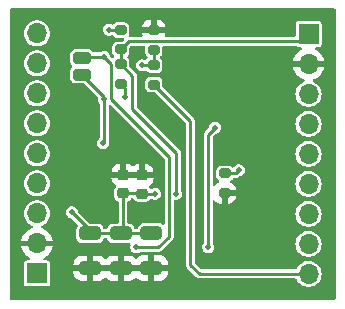
<source format=gbl>
G04 #@! TF.GenerationSoftware,KiCad,Pcbnew,7.0.7*
G04 #@! TF.CreationDate,2024-04-01T22:56:26-04:00*
G04 #@! TF.ProjectId,sensor_node,73656e73-6f72-45f6-9e6f-64652e6b6963,rev?*
G04 #@! TF.SameCoordinates,Original*
G04 #@! TF.FileFunction,Copper,L2,Bot*
G04 #@! TF.FilePolarity,Positive*
%FSLAX46Y46*%
G04 Gerber Fmt 4.6, Leading zero omitted, Abs format (unit mm)*
G04 Created by KiCad (PCBNEW 7.0.7) date 2024-04-01 22:56:26*
%MOMM*%
%LPD*%
G01*
G04 APERTURE LIST*
G04 Aperture macros list*
%AMRoundRect*
0 Rectangle with rounded corners*
0 $1 Rounding radius*
0 $2 $3 $4 $5 $6 $7 $8 $9 X,Y pos of 4 corners*
0 Add a 4 corners polygon primitive as box body*
4,1,4,$2,$3,$4,$5,$6,$7,$8,$9,$2,$3,0*
0 Add four circle primitives for the rounded corners*
1,1,$1+$1,$2,$3*
1,1,$1+$1,$4,$5*
1,1,$1+$1,$6,$7*
1,1,$1+$1,$8,$9*
0 Add four rect primitives between the rounded corners*
20,1,$1+$1,$2,$3,$4,$5,0*
20,1,$1+$1,$4,$5,$6,$7,0*
20,1,$1+$1,$6,$7,$8,$9,0*
20,1,$1+$1,$8,$9,$2,$3,0*%
G04 Aperture macros list end*
G04 #@! TA.AperFunction,ComponentPad*
%ADD10R,1.700000X1.700000*%
G04 #@! TD*
G04 #@! TA.AperFunction,ComponentPad*
%ADD11O,1.700000X1.700000*%
G04 #@! TD*
G04 #@! TA.AperFunction,SMDPad,CuDef*
%ADD12RoundRect,0.200000X-0.275000X0.200000X-0.275000X-0.200000X0.275000X-0.200000X0.275000X0.200000X0*%
G04 #@! TD*
G04 #@! TA.AperFunction,SMDPad,CuDef*
%ADD13RoundRect,0.225000X0.250000X-0.225000X0.250000X0.225000X-0.250000X0.225000X-0.250000X-0.225000X0*%
G04 #@! TD*
G04 #@! TA.AperFunction,SMDPad,CuDef*
%ADD14RoundRect,0.250000X-0.650000X0.325000X-0.650000X-0.325000X0.650000X-0.325000X0.650000X0.325000X0*%
G04 #@! TD*
G04 #@! TA.AperFunction,SMDPad,CuDef*
%ADD15RoundRect,0.200000X0.275000X-0.200000X0.275000X0.200000X-0.275000X0.200000X-0.275000X-0.200000X0*%
G04 #@! TD*
G04 #@! TA.AperFunction,SMDPad,CuDef*
%ADD16RoundRect,0.250000X0.500000X-0.250000X0.500000X0.250000X-0.500000X0.250000X-0.500000X-0.250000X0*%
G04 #@! TD*
G04 #@! TA.AperFunction,ViaPad*
%ADD17C,0.500000*%
G04 #@! TD*
G04 #@! TA.AperFunction,Conductor*
%ADD18C,0.250000*%
G04 #@! TD*
G04 APERTURE END LIST*
D10*
X137700000Y-80840000D03*
D11*
X137700000Y-78300000D03*
X137700000Y-75760000D03*
X137700000Y-73220000D03*
X137700000Y-70680000D03*
X137700000Y-68140000D03*
X137700000Y-65600000D03*
X137700000Y-63060000D03*
X137700000Y-60520000D03*
D10*
X160700000Y-60560000D03*
D11*
X160700000Y-63100000D03*
X160700000Y-65640000D03*
X160700000Y-68180000D03*
X160700000Y-70720000D03*
X160700000Y-73260000D03*
X160700000Y-75800000D03*
X160700000Y-78340000D03*
X160700000Y-80880000D03*
D12*
X144800000Y-63124999D03*
X144800000Y-64774999D03*
D13*
X144990000Y-74050000D03*
X144990000Y-72500000D03*
X146600000Y-74075000D03*
X146600000Y-72525000D03*
D14*
X144800000Y-77450000D03*
X144800000Y-80400000D03*
X147400000Y-77425000D03*
X147400000Y-80375000D03*
D12*
X144800000Y-60224997D03*
X144800000Y-61874997D03*
D15*
X153600000Y-74025000D03*
X153600000Y-72375000D03*
D16*
X141500000Y-64000000D03*
X141500000Y-62600000D03*
D12*
X147600000Y-60250000D03*
X147600000Y-61900000D03*
D14*
X142200000Y-77450000D03*
X142200000Y-80400000D03*
D12*
X147599999Y-63200000D03*
X147599999Y-64850000D03*
D17*
X149500000Y-74100000D03*
X140656250Y-75656250D03*
X147700000Y-74100000D03*
X146100000Y-78625000D03*
X143800000Y-60200000D03*
X143400000Y-62500000D03*
X154800000Y-72100000D03*
X145200000Y-65900000D03*
X152800000Y-68500000D03*
X152200000Y-78625000D03*
X143400000Y-66100000D03*
X143300000Y-69800000D03*
X146600000Y-63200000D03*
D18*
X146575000Y-74050000D02*
X146600000Y-74075000D01*
X142200000Y-77450000D02*
X142200000Y-77200000D01*
X142225000Y-77450000D02*
X147400000Y-77450000D01*
X149500000Y-70600000D02*
X149500000Y-74100000D01*
X144990000Y-74050000D02*
X144990000Y-77260000D01*
X144800000Y-61875000D02*
X144799999Y-61874998D01*
X144990000Y-77260000D02*
X144800000Y-77450000D01*
X146625000Y-74100000D02*
X146600000Y-74075000D01*
X147700000Y-74100000D02*
X146625000Y-74100000D01*
X144800000Y-63124999D02*
X144800000Y-61875000D01*
X144800000Y-63124999D02*
X145775000Y-64099999D01*
X144990000Y-74050000D02*
X146575000Y-74050000D01*
X145775000Y-66875000D02*
X149500000Y-70600000D01*
X144800000Y-61874997D02*
X145499997Y-61175000D01*
X142200000Y-77200000D02*
X140656250Y-75656250D01*
X145499997Y-61175000D02*
X160085000Y-61175000D01*
X147400000Y-77450000D02*
X147425000Y-77425000D01*
X160085000Y-61175000D02*
X160700000Y-60560000D01*
X145775000Y-64099999D02*
X145775000Y-66875000D01*
X143800000Y-60200000D02*
X144775003Y-60200000D01*
X143400000Y-62500000D02*
X141600000Y-62500000D01*
X144775003Y-60200000D02*
X144800000Y-60224997D01*
X148900000Y-71000000D02*
X144000000Y-66100000D01*
X144000000Y-66100000D02*
X144000000Y-63100000D01*
X148900000Y-77713173D02*
X148900000Y-71000000D01*
X147988173Y-78625000D02*
X148900000Y-77713173D01*
X146100000Y-78625000D02*
X147988173Y-78625000D01*
X144000000Y-63100000D02*
X143400000Y-62500000D01*
X141600000Y-62500000D02*
X141500000Y-62600000D01*
X154525000Y-72375000D02*
X154800000Y-72100000D01*
X153600000Y-72375000D02*
X154525000Y-72375000D01*
X145200000Y-65900000D02*
X145200000Y-65174999D01*
X145200000Y-65174999D02*
X144800000Y-64774999D01*
X152200000Y-69100000D02*
X152800000Y-68500000D01*
X152200000Y-78625000D02*
X152200000Y-69100000D01*
X151480000Y-80880000D02*
X160700000Y-80880000D01*
X147599999Y-64850000D02*
X150700000Y-67950001D01*
X150700000Y-67950001D02*
X150700000Y-80100000D01*
X150700000Y-80100000D02*
X151480000Y-80880000D01*
X141500000Y-64000000D02*
X143400000Y-65900000D01*
X143400000Y-65900000D02*
X143400000Y-66100000D01*
X143300000Y-69800000D02*
X143400000Y-69700000D01*
X143400000Y-69700000D02*
X143400000Y-66100000D01*
X147599999Y-63200000D02*
X147599999Y-61899999D01*
X146600000Y-63200000D02*
X147599999Y-63200000D01*
G04 #@! TA.AperFunction,Conductor*
G36*
X162943039Y-58420185D02*
G01*
X162988794Y-58472989D01*
X163000000Y-58524500D01*
X163000000Y-82975500D01*
X162980315Y-83042539D01*
X162927511Y-83088294D01*
X162876000Y-83099500D01*
X135524000Y-83099500D01*
X135456961Y-83079815D01*
X135411206Y-83027011D01*
X135400000Y-82975500D01*
X135400000Y-78550000D01*
X136369364Y-78550000D01*
X136426567Y-78763486D01*
X136426570Y-78763492D01*
X136526399Y-78977578D01*
X136661894Y-79171082D01*
X136828917Y-79338105D01*
X137022421Y-79473600D01*
X137085723Y-79503118D01*
X137138162Y-79549290D01*
X137157314Y-79616484D01*
X137137098Y-79683365D01*
X137083933Y-79728700D01*
X137033318Y-79739500D01*
X136825323Y-79739500D01*
X136752264Y-79754032D01*
X136752260Y-79754033D01*
X136669399Y-79809399D01*
X136614033Y-79892260D01*
X136614032Y-79892264D01*
X136599500Y-79965321D01*
X136599500Y-81714678D01*
X136614032Y-81787735D01*
X136614033Y-81787739D01*
X136614034Y-81787740D01*
X136669399Y-81870601D01*
X136752259Y-81925966D01*
X136752260Y-81925966D01*
X136752264Y-81925967D01*
X136825321Y-81940499D01*
X136825324Y-81940500D01*
X136825326Y-81940500D01*
X138574676Y-81940500D01*
X138574677Y-81940499D01*
X138647740Y-81925966D01*
X138730601Y-81870601D01*
X138785966Y-81787740D01*
X138800500Y-81714674D01*
X138800500Y-80650000D01*
X140800001Y-80650000D01*
X140800001Y-80774986D01*
X140810494Y-80877697D01*
X140865641Y-81044119D01*
X140865643Y-81044124D01*
X140957684Y-81193345D01*
X141081654Y-81317315D01*
X141230875Y-81409356D01*
X141230880Y-81409358D01*
X141397302Y-81464505D01*
X141397309Y-81464506D01*
X141500019Y-81474999D01*
X141949999Y-81474999D01*
X141950000Y-81474998D01*
X141950000Y-80650000D01*
X142450000Y-80650000D01*
X142450000Y-81474999D01*
X142899972Y-81474999D01*
X142899986Y-81474998D01*
X143002697Y-81464505D01*
X143169119Y-81409358D01*
X143169124Y-81409356D01*
X143318345Y-81317315D01*
X143412319Y-81223342D01*
X143473642Y-81189857D01*
X143543334Y-81194841D01*
X143587681Y-81223342D01*
X143681654Y-81317315D01*
X143830875Y-81409356D01*
X143830880Y-81409358D01*
X143997302Y-81464505D01*
X143997309Y-81464506D01*
X144100019Y-81474999D01*
X144549999Y-81474999D01*
X145050000Y-81474999D01*
X145499972Y-81474999D01*
X145499986Y-81474998D01*
X145602697Y-81464505D01*
X145769119Y-81409358D01*
X145769124Y-81409356D01*
X145918342Y-81317317D01*
X146024817Y-81210842D01*
X146086140Y-81177357D01*
X146155832Y-81182341D01*
X146200180Y-81210841D01*
X146281657Y-81292317D01*
X146430875Y-81384356D01*
X146430880Y-81384358D01*
X146597302Y-81439505D01*
X146597309Y-81439506D01*
X146700019Y-81449999D01*
X147149999Y-81449999D01*
X147150000Y-81449998D01*
X147150000Y-80625000D01*
X147650000Y-80625000D01*
X147650000Y-81449999D01*
X148099972Y-81449999D01*
X148099986Y-81449998D01*
X148202697Y-81439505D01*
X148369119Y-81384358D01*
X148369124Y-81384356D01*
X148518345Y-81292315D01*
X148642315Y-81168345D01*
X148734356Y-81019124D01*
X148734358Y-81019119D01*
X148789505Y-80852697D01*
X148789506Y-80852690D01*
X148799999Y-80749986D01*
X148800000Y-80749973D01*
X148800000Y-80625000D01*
X147650000Y-80625000D01*
X147150000Y-80625000D01*
X146230590Y-80625000D01*
X146189996Y-80647166D01*
X146163638Y-80650000D01*
X145050000Y-80650000D01*
X145050000Y-81474999D01*
X144549999Y-81474999D01*
X144550000Y-81474998D01*
X144550000Y-80650000D01*
X142450000Y-80650000D01*
X141950000Y-80650000D01*
X140800001Y-80650000D01*
X138800500Y-80650000D01*
X138800500Y-80150000D01*
X140800000Y-80150000D01*
X141950000Y-80150000D01*
X141950000Y-79325000D01*
X142450000Y-79325000D01*
X142450000Y-80150000D01*
X144550000Y-80150000D01*
X145050000Y-80150000D01*
X145969410Y-80150000D01*
X146010004Y-80127834D01*
X146036362Y-80125000D01*
X147150000Y-80125000D01*
X147150000Y-79300000D01*
X147650000Y-79300000D01*
X147650000Y-80125000D01*
X148799999Y-80125000D01*
X148799999Y-80000028D01*
X148799998Y-80000013D01*
X148789505Y-79897302D01*
X148734358Y-79730880D01*
X148734356Y-79730875D01*
X148642315Y-79581654D01*
X148518345Y-79457684D01*
X148369124Y-79365643D01*
X148369119Y-79365641D01*
X148202697Y-79310494D01*
X148202690Y-79310493D01*
X148099986Y-79300000D01*
X147650000Y-79300000D01*
X147150000Y-79300000D01*
X146700028Y-79300000D01*
X146700012Y-79300001D01*
X146597302Y-79310494D01*
X146430880Y-79365641D01*
X146430875Y-79365643D01*
X146281654Y-79457684D01*
X146175179Y-79564158D01*
X146113856Y-79597642D01*
X146044164Y-79592657D01*
X145999818Y-79564157D01*
X145918345Y-79482684D01*
X145769124Y-79390643D01*
X145769119Y-79390641D01*
X145602697Y-79335494D01*
X145602690Y-79335493D01*
X145499986Y-79325000D01*
X145050000Y-79325000D01*
X145050000Y-80150000D01*
X144550000Y-80150000D01*
X144550000Y-79325000D01*
X144100028Y-79325000D01*
X144100012Y-79325001D01*
X143997302Y-79335494D01*
X143830880Y-79390641D01*
X143830875Y-79390643D01*
X143681657Y-79482682D01*
X143587681Y-79576658D01*
X143526357Y-79610142D01*
X143456666Y-79605158D01*
X143412319Y-79576658D01*
X143318342Y-79482682D01*
X143169124Y-79390643D01*
X143169119Y-79390641D01*
X143002697Y-79335494D01*
X143002690Y-79335493D01*
X142899986Y-79325000D01*
X142450000Y-79325000D01*
X141950000Y-79325000D01*
X141500028Y-79325000D01*
X141500012Y-79325001D01*
X141397302Y-79335494D01*
X141230880Y-79390641D01*
X141230875Y-79390643D01*
X141081654Y-79482684D01*
X140957684Y-79606654D01*
X140865643Y-79755875D01*
X140865641Y-79755880D01*
X140810494Y-79922302D01*
X140810493Y-79922309D01*
X140800000Y-80025013D01*
X140800000Y-80150000D01*
X138800500Y-80150000D01*
X138800500Y-79965326D01*
X138800500Y-79965323D01*
X138800499Y-79965321D01*
X138785967Y-79892264D01*
X138785966Y-79892260D01*
X138784891Y-79890651D01*
X138730601Y-79809399D01*
X138650503Y-79755880D01*
X138647739Y-79754033D01*
X138647735Y-79754032D01*
X138574677Y-79739500D01*
X138574674Y-79739500D01*
X138366682Y-79739500D01*
X138299643Y-79719815D01*
X138253888Y-79667011D01*
X138243944Y-79597853D01*
X138272969Y-79534297D01*
X138314277Y-79503118D01*
X138377578Y-79473600D01*
X138571082Y-79338105D01*
X138738105Y-79171082D01*
X138873600Y-78977578D01*
X138973429Y-78763492D01*
X138973432Y-78763486D01*
X139030636Y-78550000D01*
X138313347Y-78550000D01*
X138246308Y-78530315D01*
X138200553Y-78477511D01*
X138190609Y-78408353D01*
X138194369Y-78391067D01*
X138200000Y-78371888D01*
X138200000Y-78228111D01*
X138194369Y-78208933D01*
X138194370Y-78139064D01*
X138232145Y-78080286D01*
X138295701Y-78051262D01*
X138313347Y-78050000D01*
X139030636Y-78050000D01*
X139030635Y-78049999D01*
X138973432Y-77836513D01*
X138973429Y-77836507D01*
X138873600Y-77622422D01*
X138873599Y-77622420D01*
X138738113Y-77428926D01*
X138738108Y-77428920D01*
X138571082Y-77261894D01*
X138377578Y-77126399D01*
X138163492Y-77026570D01*
X138163477Y-77026564D01*
X138124414Y-77016097D01*
X138064754Y-76979732D01*
X138034226Y-76916885D01*
X138042521Y-76847509D01*
X138087007Y-76793632D01*
X138111710Y-76780698D01*
X138192637Y-76749348D01*
X138366041Y-76641981D01*
X138516764Y-76504579D01*
X138639673Y-76341821D01*
X138730582Y-76159250D01*
X138786397Y-75963083D01*
X138805215Y-75760000D01*
X138795601Y-75656250D01*
X140150603Y-75656250D01*
X140171084Y-75798706D01*
X140171675Y-75799999D01*
X140230873Y-75929623D01*
X140325122Y-76038393D01*
X140446197Y-76116203D01*
X140446200Y-76116204D01*
X140446199Y-76116204D01*
X140584287Y-76156750D01*
X140591814Y-76157832D01*
X140655370Y-76186854D01*
X140661852Y-76192889D01*
X141135298Y-76666335D01*
X141168783Y-76727658D01*
X141163799Y-76797350D01*
X141146884Y-76828327D01*
X141106204Y-76882668D01*
X141106202Y-76882671D01*
X141055910Y-77017513D01*
X141055909Y-77017517D01*
X141049500Y-77077127D01*
X141049500Y-77077134D01*
X141049500Y-77077135D01*
X141049500Y-77822870D01*
X141049501Y-77822876D01*
X141055908Y-77882483D01*
X141106202Y-78017328D01*
X141106206Y-78017335D01*
X141192452Y-78132544D01*
X141192455Y-78132547D01*
X141307664Y-78218793D01*
X141307671Y-78218797D01*
X141442517Y-78269091D01*
X141442516Y-78269091D01*
X141449444Y-78269835D01*
X141502127Y-78275500D01*
X142897872Y-78275499D01*
X142957483Y-78269091D01*
X143092331Y-78218796D01*
X143207546Y-78132546D01*
X143293796Y-78017331D01*
X143303120Y-77992331D01*
X143335258Y-77906167D01*
X143377129Y-77850233D01*
X143442593Y-77825816D01*
X143451440Y-77825500D01*
X143548560Y-77825500D01*
X143615599Y-77845185D01*
X143661354Y-77897989D01*
X143664742Y-77906167D01*
X143706202Y-78017328D01*
X143706206Y-78017335D01*
X143792452Y-78132544D01*
X143792455Y-78132547D01*
X143907664Y-78218793D01*
X143907671Y-78218797D01*
X144042517Y-78269091D01*
X144042516Y-78269091D01*
X144049444Y-78269835D01*
X144102127Y-78275500D01*
X145497872Y-78275499D01*
X145503796Y-78274862D01*
X145572555Y-78287264D01*
X145623695Y-78334872D01*
X145640977Y-78402571D01*
X145629851Y-78449660D01*
X145614835Y-78482540D01*
X145614834Y-78482542D01*
X145594353Y-78624999D01*
X145614834Y-78767456D01*
X145629697Y-78800000D01*
X145674623Y-78898373D01*
X145768872Y-79007143D01*
X145889947Y-79084953D01*
X145889950Y-79084954D01*
X145889949Y-79084954D01*
X146028036Y-79125499D01*
X146028038Y-79125500D01*
X146028039Y-79125500D01*
X146171962Y-79125500D01*
X146171962Y-79125499D01*
X146310053Y-79084953D01*
X146410834Y-79020184D01*
X146477874Y-79000500D01*
X147936369Y-79000500D01*
X147961814Y-79003139D01*
X147965613Y-79003935D01*
X147972441Y-79005367D01*
X147993398Y-79002754D01*
X148007665Y-79000977D01*
X148015341Y-79000500D01*
X148019285Y-79000500D01*
X148019287Y-79000500D01*
X148019289Y-79000499D01*
X148019295Y-79000499D01*
X148034660Y-78997934D01*
X148042313Y-78996657D01*
X148096799Y-78989866D01*
X148096800Y-78989865D01*
X148096802Y-78989865D01*
X148104314Y-78987628D01*
X148111779Y-78985066D01*
X148111779Y-78985065D01*
X148111783Y-78985065D01*
X148160050Y-78958944D01*
X148209384Y-78934826D01*
X148209386Y-78934823D01*
X148215767Y-78930268D01*
X148221992Y-78925422D01*
X148221999Y-78925419D01*
X148259181Y-78885028D01*
X149128889Y-78015319D01*
X149148746Y-77999195D01*
X149157836Y-77993257D01*
X149179638Y-77965244D01*
X149184733Y-77959476D01*
X149187519Y-77956691D01*
X149187528Y-77956679D01*
X149201086Y-77937689D01*
X149234807Y-77894365D01*
X149238547Y-77887453D01*
X149242003Y-77880380D01*
X149242010Y-77880372D01*
X149257670Y-77827769D01*
X149275500Y-77775833D01*
X149275500Y-77775828D01*
X149276790Y-77768097D01*
X149277768Y-77760258D01*
X149275500Y-77705417D01*
X149275500Y-74721355D01*
X149295185Y-74654316D01*
X149347989Y-74608561D01*
X149417147Y-74598617D01*
X149421443Y-74599551D01*
X149428038Y-74600500D01*
X149428039Y-74600500D01*
X149571962Y-74600500D01*
X149571962Y-74600499D01*
X149710053Y-74559953D01*
X149831128Y-74482143D01*
X149925377Y-74373373D01*
X149985165Y-74242457D01*
X150005647Y-74100000D01*
X149985165Y-73957543D01*
X149925377Y-73826627D01*
X149905785Y-73804016D01*
X149876762Y-73740460D01*
X149875500Y-73722815D01*
X149875500Y-70651803D01*
X149878139Y-70626358D01*
X149878177Y-70626175D01*
X149880367Y-70615732D01*
X149878325Y-70599353D01*
X149875977Y-70580507D01*
X149875500Y-70572831D01*
X149875500Y-70568890D01*
X149875499Y-70568881D01*
X149871657Y-70545856D01*
X149864866Y-70491376D01*
X149862621Y-70483837D01*
X149860066Y-70476392D01*
X149833941Y-70428118D01*
X149833940Y-70428118D01*
X149809826Y-70378789D01*
X149809823Y-70378786D01*
X149809823Y-70378785D01*
X149805271Y-70372409D01*
X149800415Y-70366169D01*
X149760029Y-70328992D01*
X146186819Y-66755781D01*
X146153334Y-66694458D01*
X146150500Y-66668100D01*
X146150500Y-65104269D01*
X146874499Y-65104269D01*
X146877352Y-65134699D01*
X146877352Y-65134701D01*
X146914462Y-65240752D01*
X146922206Y-65262882D01*
X147002849Y-65372150D01*
X147112117Y-65452793D01*
X147154844Y-65467744D01*
X147240298Y-65497646D01*
X147270729Y-65500500D01*
X147270733Y-65500500D01*
X147668100Y-65500500D01*
X147735139Y-65520185D01*
X147755781Y-65536819D01*
X150288181Y-68069219D01*
X150321666Y-68130542D01*
X150324500Y-68156900D01*
X150324500Y-80048196D01*
X150321862Y-80073634D01*
X150319633Y-80084268D01*
X150319633Y-80084269D01*
X150319633Y-80084271D01*
X150324023Y-80119491D01*
X150324500Y-80127167D01*
X150324500Y-80131116D01*
X150328342Y-80154141D01*
X150335134Y-80208627D01*
X150337373Y-80216147D01*
X150339934Y-80223608D01*
X150339935Y-80223610D01*
X150366055Y-80271876D01*
X150366055Y-80271877D01*
X150390174Y-80321211D01*
X150394742Y-80327609D01*
X150399582Y-80333827D01*
X150439971Y-80371009D01*
X151177849Y-81108886D01*
X151193978Y-81128747D01*
X151199916Y-81137836D01*
X151227929Y-81159639D01*
X151233691Y-81164728D01*
X151236483Y-81167520D01*
X151255486Y-81181088D01*
X151298811Y-81214809D01*
X151298813Y-81214809D01*
X151305735Y-81218555D01*
X151312798Y-81222008D01*
X151312801Y-81222010D01*
X151365412Y-81237673D01*
X151391376Y-81246586D01*
X151417339Y-81255500D01*
X151425101Y-81256795D01*
X151432911Y-81257768D01*
X151432912Y-81257769D01*
X151432912Y-81257768D01*
X151432913Y-81257769D01*
X151460340Y-81256634D01*
X151487769Y-81255500D01*
X159580815Y-81255500D01*
X159647854Y-81275185D01*
X159691813Y-81324225D01*
X159760327Y-81461821D01*
X159760329Y-81461823D01*
X159883237Y-81624581D01*
X160033958Y-81761980D01*
X160033960Y-81761982D01*
X160075561Y-81787740D01*
X160207363Y-81869348D01*
X160397544Y-81943024D01*
X160598024Y-81980500D01*
X160598026Y-81980500D01*
X160801974Y-81980500D01*
X160801976Y-81980500D01*
X161002456Y-81943024D01*
X161192637Y-81869348D01*
X161366041Y-81761981D01*
X161516764Y-81624579D01*
X161639673Y-81461821D01*
X161730582Y-81279250D01*
X161786397Y-81083083D01*
X161805215Y-80880000D01*
X161793166Y-80749973D01*
X161786397Y-80676917D01*
X161771625Y-80625000D01*
X161730582Y-80480750D01*
X161724323Y-80468181D01*
X161653941Y-80326834D01*
X161639673Y-80298179D01*
X161516764Y-80135421D01*
X161516762Y-80135418D01*
X161366041Y-79998019D01*
X161366039Y-79998017D01*
X161192642Y-79890655D01*
X161192635Y-79890651D01*
X161097546Y-79853814D01*
X161002456Y-79816976D01*
X160801976Y-79779500D01*
X160598024Y-79779500D01*
X160397544Y-79816976D01*
X160397541Y-79816976D01*
X160397541Y-79816977D01*
X160207364Y-79890651D01*
X160207357Y-79890655D01*
X160033960Y-79998017D01*
X160033958Y-79998019D01*
X159883237Y-80135418D01*
X159780189Y-80271877D01*
X159760327Y-80298179D01*
X159691813Y-80435773D01*
X159644313Y-80487008D01*
X159580815Y-80504500D01*
X151686899Y-80504500D01*
X151619860Y-80484815D01*
X151599218Y-80468181D01*
X151111819Y-79980781D01*
X151078334Y-79919458D01*
X151075500Y-79893100D01*
X151075500Y-78625000D01*
X151694353Y-78625000D01*
X151714834Y-78767456D01*
X151729697Y-78800000D01*
X151774623Y-78898373D01*
X151868872Y-79007143D01*
X151989947Y-79084953D01*
X151989950Y-79084954D01*
X151989949Y-79084954D01*
X152128036Y-79125499D01*
X152128038Y-79125500D01*
X152128039Y-79125500D01*
X152271962Y-79125500D01*
X152271962Y-79125499D01*
X152410053Y-79084953D01*
X152531128Y-79007143D01*
X152625377Y-78898373D01*
X152685165Y-78767457D01*
X152705647Y-78625000D01*
X152685165Y-78482543D01*
X152625377Y-78351627D01*
X152615302Y-78340000D01*
X159594785Y-78340000D01*
X159613602Y-78543082D01*
X159669417Y-78739247D01*
X159669422Y-78739260D01*
X159760327Y-78921821D01*
X159883237Y-79084581D01*
X160033958Y-79221980D01*
X160033960Y-79221982D01*
X160133141Y-79283392D01*
X160207363Y-79329348D01*
X160397544Y-79403024D01*
X160598024Y-79440500D01*
X160598026Y-79440500D01*
X160801974Y-79440500D01*
X160801976Y-79440500D01*
X161002456Y-79403024D01*
X161192637Y-79329348D01*
X161366041Y-79221981D01*
X161516764Y-79084579D01*
X161639673Y-78921821D01*
X161730582Y-78739250D01*
X161786397Y-78543083D01*
X161805215Y-78340000D01*
X161798644Y-78269091D01*
X161786397Y-78136917D01*
X161770284Y-78080286D01*
X161730582Y-77940750D01*
X161713362Y-77906168D01*
X161671885Y-77822870D01*
X161639673Y-77758179D01*
X161516764Y-77595421D01*
X161516762Y-77595418D01*
X161366041Y-77458019D01*
X161366039Y-77458017D01*
X161192642Y-77350655D01*
X161192635Y-77350651D01*
X161097546Y-77313814D01*
X161002456Y-77276976D01*
X160801976Y-77239500D01*
X160598024Y-77239500D01*
X160397544Y-77276976D01*
X160397541Y-77276976D01*
X160397541Y-77276977D01*
X160207364Y-77350651D01*
X160207357Y-77350655D01*
X160033960Y-77458017D01*
X160033958Y-77458019D01*
X159883237Y-77595418D01*
X159760327Y-77758178D01*
X159669422Y-77940739D01*
X159669417Y-77940752D01*
X159613602Y-78136917D01*
X159594785Y-78339999D01*
X159594785Y-78340000D01*
X152615302Y-78340000D01*
X152605785Y-78329016D01*
X152576762Y-78265460D01*
X152575500Y-78247815D01*
X152575500Y-75800000D01*
X159594785Y-75800000D01*
X159613602Y-76003082D01*
X159669417Y-76199247D01*
X159669422Y-76199260D01*
X159760327Y-76381821D01*
X159883237Y-76544581D01*
X159990080Y-76641980D01*
X160033104Y-76681202D01*
X160033958Y-76681980D01*
X160033960Y-76681982D01*
X160071170Y-76705021D01*
X160207363Y-76789348D01*
X160397544Y-76863024D01*
X160598024Y-76900500D01*
X160598026Y-76900500D01*
X160801974Y-76900500D01*
X160801976Y-76900500D01*
X161002456Y-76863024D01*
X161192637Y-76789348D01*
X161366041Y-76681981D01*
X161494122Y-76565219D01*
X161516762Y-76544581D01*
X161516764Y-76544579D01*
X161639673Y-76381821D01*
X161730582Y-76199250D01*
X161786397Y-76003083D01*
X161805215Y-75800000D01*
X161801508Y-75759999D01*
X161786397Y-75596917D01*
X161762746Y-75513793D01*
X161730582Y-75400750D01*
X161721682Y-75382877D01*
X161686272Y-75311764D01*
X161639673Y-75218179D01*
X161516764Y-75055421D01*
X161516762Y-75055418D01*
X161366041Y-74918019D01*
X161366039Y-74918017D01*
X161192642Y-74810655D01*
X161192635Y-74810651D01*
X161089382Y-74770651D01*
X161002456Y-74736976D01*
X160801976Y-74699500D01*
X160598024Y-74699500D01*
X160397544Y-74736976D01*
X160397541Y-74736976D01*
X160397541Y-74736977D01*
X160207364Y-74810651D01*
X160207357Y-74810655D01*
X160033960Y-74918017D01*
X160033958Y-74918019D01*
X159883237Y-75055418D01*
X159760327Y-75218178D01*
X159669422Y-75400739D01*
X159669417Y-75400752D01*
X159613602Y-75596917D01*
X159594785Y-75799999D01*
X159594785Y-75800000D01*
X152575500Y-75800000D01*
X152575500Y-74764811D01*
X152595185Y-74697772D01*
X152647989Y-74652017D01*
X152717147Y-74642073D01*
X152780703Y-74671098D01*
X152787182Y-74677130D01*
X152890124Y-74780073D01*
X153035604Y-74868019D01*
X153035603Y-74868019D01*
X153197894Y-74918590D01*
X153197892Y-74918590D01*
X153268418Y-74924999D01*
X153349999Y-74924998D01*
X153350000Y-74924998D01*
X153350000Y-74275000D01*
X153850000Y-74275000D01*
X153850000Y-74924999D01*
X153931581Y-74924999D01*
X154002102Y-74918591D01*
X154002107Y-74918590D01*
X154164396Y-74868018D01*
X154309877Y-74780072D01*
X154430072Y-74659877D01*
X154518019Y-74514395D01*
X154568590Y-74352106D01*
X154575000Y-74281572D01*
X154575000Y-74275000D01*
X153850000Y-74275000D01*
X153350000Y-74275000D01*
X153350000Y-73899000D01*
X153369685Y-73831961D01*
X153422489Y-73786206D01*
X153474000Y-73775000D01*
X154574999Y-73775000D01*
X154574999Y-73768417D01*
X154568591Y-73697897D01*
X154568590Y-73697892D01*
X154518018Y-73535603D01*
X154430072Y-73390122D01*
X154309877Y-73269927D01*
X154293456Y-73260000D01*
X159594785Y-73260000D01*
X159613602Y-73463082D01*
X159669417Y-73659247D01*
X159669422Y-73659260D01*
X159760327Y-73841821D01*
X159883237Y-74004581D01*
X160033958Y-74141980D01*
X160033960Y-74141982D01*
X160133141Y-74203392D01*
X160207363Y-74249348D01*
X160397544Y-74323024D01*
X160598024Y-74360500D01*
X160598026Y-74360500D01*
X160801974Y-74360500D01*
X160801976Y-74360500D01*
X161002456Y-74323024D01*
X161192637Y-74249348D01*
X161366041Y-74141981D01*
X161516764Y-74004579D01*
X161639673Y-73841821D01*
X161730582Y-73659250D01*
X161786397Y-73463083D01*
X161805215Y-73260000D01*
X161801508Y-73219999D01*
X161786397Y-73056917D01*
X161758610Y-72959257D01*
X161730582Y-72860750D01*
X161710665Y-72820752D01*
X161667999Y-72735066D01*
X161639673Y-72678179D01*
X161516764Y-72515421D01*
X161516762Y-72515418D01*
X161366041Y-72378019D01*
X161366039Y-72378017D01*
X161192642Y-72270655D01*
X161192635Y-72270651D01*
X161079124Y-72226677D01*
X161002456Y-72196976D01*
X160801976Y-72159500D01*
X160598024Y-72159500D01*
X160397544Y-72196976D01*
X160397541Y-72196976D01*
X160397541Y-72196977D01*
X160207364Y-72270651D01*
X160207357Y-72270655D01*
X160033960Y-72378017D01*
X160033958Y-72378019D01*
X159883237Y-72515418D01*
X159760327Y-72678178D01*
X159669422Y-72860739D01*
X159669417Y-72860752D01*
X159613602Y-73056917D01*
X159594785Y-73259999D01*
X159594785Y-73260000D01*
X154293456Y-73260000D01*
X154164397Y-73181981D01*
X154149737Y-73177413D01*
X154091590Y-73138674D01*
X154063617Y-73074649D01*
X154074699Y-73005664D01*
X154112993Y-72959259D01*
X154197150Y-72897150D01*
X154268209Y-72800867D01*
X154323857Y-72758616D01*
X154367980Y-72750500D01*
X154473196Y-72750500D01*
X154498641Y-72753139D01*
X154502440Y-72753935D01*
X154509268Y-72755367D01*
X154530225Y-72752754D01*
X154544492Y-72750977D01*
X154552168Y-72750500D01*
X154556112Y-72750500D01*
X154556114Y-72750500D01*
X154556116Y-72750499D01*
X154556122Y-72750499D01*
X154571487Y-72747934D01*
X154579140Y-72746657D01*
X154633626Y-72739866D01*
X154633627Y-72739865D01*
X154633629Y-72739865D01*
X154641141Y-72737628D01*
X154648606Y-72735066D01*
X154648606Y-72735065D01*
X154648610Y-72735065D01*
X154696877Y-72708944D01*
X154746211Y-72684826D01*
X154746213Y-72684823D01*
X154752594Y-72680268D01*
X154758820Y-72675422D01*
X154758826Y-72675419D01*
X154791163Y-72640290D01*
X154851044Y-72604302D01*
X154864750Y-72601536D01*
X154871953Y-72600500D01*
X154871961Y-72600500D01*
X155010053Y-72559953D01*
X155131128Y-72482143D01*
X155225377Y-72373373D01*
X155285165Y-72242457D01*
X155305647Y-72100000D01*
X155285165Y-71957543D01*
X155225377Y-71826627D01*
X155131128Y-71717857D01*
X155010053Y-71640047D01*
X155010051Y-71640046D01*
X155010049Y-71640045D01*
X155010050Y-71640045D01*
X154871963Y-71599500D01*
X154871961Y-71599500D01*
X154728039Y-71599500D01*
X154728036Y-71599500D01*
X154589949Y-71640045D01*
X154468873Y-71717856D01*
X154468872Y-71717856D01*
X154468872Y-71717857D01*
X154378398Y-71822271D01*
X154368815Y-71833330D01*
X154366662Y-71831465D01*
X154324797Y-71867735D01*
X154255637Y-71877671D01*
X154199664Y-71854705D01*
X154087886Y-71772209D01*
X154087880Y-71772206D01*
X153959700Y-71727353D01*
X153929270Y-71724500D01*
X153929266Y-71724500D01*
X153270734Y-71724500D01*
X153270730Y-71724500D01*
X153240300Y-71727353D01*
X153240298Y-71727353D01*
X153112119Y-71772206D01*
X153112117Y-71772207D01*
X153002850Y-71852850D01*
X152922207Y-71962117D01*
X152922206Y-71962119D01*
X152877353Y-72090298D01*
X152877353Y-72090300D01*
X152874500Y-72120730D01*
X152874500Y-72629269D01*
X152877353Y-72659699D01*
X152877353Y-72659701D01*
X152911966Y-72758616D01*
X152922207Y-72787882D01*
X153002850Y-72897150D01*
X153087004Y-72959258D01*
X153129254Y-73014905D01*
X153134713Y-73084562D01*
X153101645Y-73146111D01*
X153050263Y-73177412D01*
X153035605Y-73181979D01*
X153035604Y-73181980D01*
X152890122Y-73269927D01*
X152890121Y-73269928D01*
X152787181Y-73372869D01*
X152725858Y-73406354D01*
X152656166Y-73401370D01*
X152600233Y-73359498D01*
X152575816Y-73294034D01*
X152575500Y-73285188D01*
X152575500Y-70720000D01*
X159594785Y-70720000D01*
X159613602Y-70923082D01*
X159669417Y-71119247D01*
X159669422Y-71119260D01*
X159760327Y-71301821D01*
X159883237Y-71464581D01*
X159988066Y-71560144D01*
X160031237Y-71599500D01*
X160033958Y-71601980D01*
X160033960Y-71601982D01*
X160095438Y-71640047D01*
X160207363Y-71709348D01*
X160397544Y-71783024D01*
X160598024Y-71820500D01*
X160598026Y-71820500D01*
X160801974Y-71820500D01*
X160801976Y-71820500D01*
X161002456Y-71783024D01*
X161192637Y-71709348D01*
X161366041Y-71601981D01*
X161516764Y-71464579D01*
X161639673Y-71301821D01*
X161730582Y-71119250D01*
X161786397Y-70923083D01*
X161805215Y-70720000D01*
X161801508Y-70679999D01*
X161786397Y-70516917D01*
X161775016Y-70476917D01*
X161730582Y-70320750D01*
X161720498Y-70300499D01*
X161661564Y-70182143D01*
X161639673Y-70138179D01*
X161516764Y-69975421D01*
X161516762Y-69975418D01*
X161366041Y-69838019D01*
X161366039Y-69838017D01*
X161192642Y-69730655D01*
X161192635Y-69730651D01*
X161089382Y-69690651D01*
X161002456Y-69656976D01*
X160801976Y-69619500D01*
X160598024Y-69619500D01*
X160397544Y-69656976D01*
X160397541Y-69656976D01*
X160397541Y-69656977D01*
X160207364Y-69730651D01*
X160207357Y-69730655D01*
X160033960Y-69838017D01*
X160033958Y-69838019D01*
X159883237Y-69975418D01*
X159760327Y-70138178D01*
X159669422Y-70320739D01*
X159669417Y-70320752D01*
X159613602Y-70516917D01*
X159594785Y-70719999D01*
X159594785Y-70720000D01*
X152575500Y-70720000D01*
X152575500Y-69306898D01*
X152595185Y-69239859D01*
X152611814Y-69219222D01*
X152794399Y-69036637D01*
X152855720Y-69003154D01*
X152864436Y-69001581D01*
X152871954Y-69000500D01*
X152871961Y-69000500D01*
X152871968Y-69000498D01*
X153010050Y-68959954D01*
X153010050Y-68959953D01*
X153010053Y-68959953D01*
X153131128Y-68882143D01*
X153225377Y-68773373D01*
X153285165Y-68642457D01*
X153305647Y-68500000D01*
X153285165Y-68357543D01*
X153225377Y-68226627D01*
X153184975Y-68180000D01*
X159594785Y-68180000D01*
X159613602Y-68383082D01*
X159669417Y-68579247D01*
X159669422Y-68579260D01*
X159760327Y-68761821D01*
X159883237Y-68924581D01*
X160033958Y-69061980D01*
X160033960Y-69061982D01*
X160107887Y-69107755D01*
X160207363Y-69169348D01*
X160397544Y-69243024D01*
X160598024Y-69280500D01*
X160598026Y-69280500D01*
X160801974Y-69280500D01*
X160801976Y-69280500D01*
X161002456Y-69243024D01*
X161192637Y-69169348D01*
X161366041Y-69061981D01*
X161516764Y-68924579D01*
X161639673Y-68761821D01*
X161730582Y-68579250D01*
X161786397Y-68383083D01*
X161805215Y-68180000D01*
X161801508Y-68139999D01*
X161786397Y-67976917D01*
X161775016Y-67936917D01*
X161730582Y-67780750D01*
X161729272Y-67778120D01*
X161679919Y-67679004D01*
X161639673Y-67598179D01*
X161516764Y-67435421D01*
X161516762Y-67435418D01*
X161366041Y-67298019D01*
X161366039Y-67298017D01*
X161192642Y-67190655D01*
X161192635Y-67190651D01*
X161089382Y-67150651D01*
X161002456Y-67116976D01*
X160801976Y-67079500D01*
X160598024Y-67079500D01*
X160397544Y-67116976D01*
X160397541Y-67116976D01*
X160397541Y-67116977D01*
X160207364Y-67190651D01*
X160207357Y-67190655D01*
X160033960Y-67298017D01*
X160033958Y-67298019D01*
X159883237Y-67435418D01*
X159760327Y-67598178D01*
X159669422Y-67780739D01*
X159669417Y-67780752D01*
X159613602Y-67976917D01*
X159594785Y-68179999D01*
X159594785Y-68180000D01*
X153184975Y-68180000D01*
X153131128Y-68117857D01*
X153010053Y-68040047D01*
X153010051Y-68040046D01*
X153010049Y-68040045D01*
X153010050Y-68040045D01*
X152871963Y-67999500D01*
X152871961Y-67999500D01*
X152728039Y-67999500D01*
X152728036Y-67999500D01*
X152589949Y-68040045D01*
X152468873Y-68117856D01*
X152374623Y-68226626D01*
X152374622Y-68226628D01*
X152314835Y-68357541D01*
X152314834Y-68357546D01*
X152304489Y-68429496D01*
X152275463Y-68493051D01*
X152269432Y-68499529D01*
X151971108Y-68797852D01*
X151951254Y-68813976D01*
X151942165Y-68819914D01*
X151942164Y-68819915D01*
X151920363Y-68847923D01*
X151915286Y-68853674D01*
X151912484Y-68856477D01*
X151912474Y-68856488D01*
X151898905Y-68875495D01*
X151865192Y-68918808D01*
X151861447Y-68925729D01*
X151857988Y-68932804D01*
X151842329Y-68985403D01*
X151824500Y-69037338D01*
X151823206Y-69045092D01*
X151822231Y-69052911D01*
X151824500Y-69107755D01*
X151824500Y-78247815D01*
X151804815Y-78314854D01*
X151794215Y-78329016D01*
X151774623Y-78351627D01*
X151774622Y-78351628D01*
X151714834Y-78482543D01*
X151694353Y-78625000D01*
X151075500Y-78625000D01*
X151075500Y-68001804D01*
X151078139Y-67976359D01*
X151078785Y-67973275D01*
X151080367Y-67965732D01*
X151078287Y-67949052D01*
X151075977Y-67930509D01*
X151075500Y-67922833D01*
X151075500Y-67918890D01*
X151075499Y-67918884D01*
X151071655Y-67895847D01*
X151064865Y-67841374D01*
X151062617Y-67833828D01*
X151060065Y-67826391D01*
X151033942Y-67778120D01*
X151033942Y-67778119D01*
X151009826Y-67728789D01*
X151009823Y-67728786D01*
X151009823Y-67728785D01*
X151005267Y-67722403D01*
X151000423Y-67716179D01*
X151000419Y-67716175D01*
X150960041Y-67679004D01*
X149038580Y-65757543D01*
X148361818Y-65080780D01*
X148328333Y-65019457D01*
X148325499Y-64993099D01*
X148325499Y-64595730D01*
X148322645Y-64565300D01*
X148322645Y-64565298D01*
X148277792Y-64437119D01*
X148277791Y-64437117D01*
X148272096Y-64429400D01*
X148197149Y-64327850D01*
X148087881Y-64247207D01*
X148087879Y-64247206D01*
X147959699Y-64202353D01*
X147929269Y-64199500D01*
X147929265Y-64199500D01*
X147270733Y-64199500D01*
X147270729Y-64199500D01*
X147240299Y-64202353D01*
X147240297Y-64202353D01*
X147112118Y-64247206D01*
X147112116Y-64247207D01*
X147002849Y-64327850D01*
X146922206Y-64437117D01*
X146922205Y-64437119D01*
X146877352Y-64565298D01*
X146877352Y-64565300D01*
X146874499Y-64595730D01*
X146874499Y-65104269D01*
X146150500Y-65104269D01*
X146150500Y-64151803D01*
X146153139Y-64126358D01*
X146153838Y-64123022D01*
X146155367Y-64115731D01*
X146153377Y-64099766D01*
X146150977Y-64080505D01*
X146150500Y-64072829D01*
X146150500Y-64068888D01*
X146150498Y-64068875D01*
X146146657Y-64045858D01*
X146139866Y-63991375D01*
X146139866Y-63991373D01*
X146139864Y-63991369D01*
X146137622Y-63983839D01*
X146135065Y-63976391D01*
X146135065Y-63976389D01*
X146108944Y-63928121D01*
X146084826Y-63878788D01*
X146084824Y-63878786D01*
X146084824Y-63878785D01*
X146080276Y-63872415D01*
X146075420Y-63866175D01*
X146075419Y-63866173D01*
X146035029Y-63828991D01*
X145798505Y-63592467D01*
X145561819Y-63355780D01*
X145528334Y-63294457D01*
X145525500Y-63268099D01*
X145525500Y-62870729D01*
X145522646Y-62840299D01*
X145522646Y-62840297D01*
X145477793Y-62712118D01*
X145477792Y-62712116D01*
X145476640Y-62710555D01*
X145397150Y-62602849D01*
X145392975Y-62599768D01*
X145350725Y-62544124D01*
X145345265Y-62474468D01*
X145378330Y-62412918D01*
X145392974Y-62400229D01*
X145397150Y-62397147D01*
X145477793Y-62287879D01*
X145500219Y-62223787D01*
X145522646Y-62159698D01*
X145522646Y-62159696D01*
X145525500Y-62129266D01*
X145525500Y-61731896D01*
X145545185Y-61664857D01*
X145561820Y-61644214D01*
X145619217Y-61586818D01*
X145680540Y-61553334D01*
X145706897Y-61550500D01*
X146750500Y-61550500D01*
X146817539Y-61570185D01*
X146863294Y-61622989D01*
X146874500Y-61674500D01*
X146874500Y-62154269D01*
X146877353Y-62184699D01*
X146877353Y-62184701D01*
X146922206Y-62312880D01*
X146922207Y-62312882D01*
X146996036Y-62412918D01*
X147002850Y-62422150D01*
X147040897Y-62450230D01*
X147083147Y-62505876D01*
X147088606Y-62575532D01*
X147055539Y-62637081D01*
X147040898Y-62649768D01*
X147002848Y-62677850D01*
X146978711Y-62710555D01*
X146923063Y-62752805D01*
X146853407Y-62758262D01*
X146811909Y-62741240D01*
X146810053Y-62740047D01*
X146810051Y-62740046D01*
X146810049Y-62740045D01*
X146671963Y-62699500D01*
X146671961Y-62699500D01*
X146528039Y-62699500D01*
X146528036Y-62699500D01*
X146389949Y-62740045D01*
X146268873Y-62817856D01*
X146174623Y-62926626D01*
X146174622Y-62926628D01*
X146114834Y-63057543D01*
X146094353Y-63200000D01*
X146114834Y-63342456D01*
X146155179Y-63430798D01*
X146174623Y-63473373D01*
X146268872Y-63582143D01*
X146389947Y-63659953D01*
X146389950Y-63659954D01*
X146389949Y-63659954D01*
X146528036Y-63700499D01*
X146528038Y-63700500D01*
X146528039Y-63700500D01*
X146671962Y-63700500D01*
X146671962Y-63700499D01*
X146810053Y-63659953D01*
X146811897Y-63658767D01*
X146814004Y-63658148D01*
X146818118Y-63656270D01*
X146818388Y-63656861D01*
X146878934Y-63639079D01*
X146945975Y-63658759D01*
X146978711Y-63689444D01*
X147002849Y-63722150D01*
X147112117Y-63802793D01*
X147137909Y-63811818D01*
X147240298Y-63847646D01*
X147270729Y-63850500D01*
X147270733Y-63850500D01*
X147929269Y-63850500D01*
X147959698Y-63847646D01*
X147959700Y-63847646D01*
X148023789Y-63825219D01*
X148087881Y-63802793D01*
X148197149Y-63722150D01*
X148277792Y-63612882D01*
X148314607Y-63507671D01*
X148322645Y-63484701D01*
X148322645Y-63484699D01*
X148325499Y-63454269D01*
X148325499Y-62945730D01*
X148322645Y-62915300D01*
X148322645Y-62915298D01*
X148277792Y-62787119D01*
X148277791Y-62787117D01*
X148252468Y-62752805D01*
X148197149Y-62677850D01*
X148197147Y-62677849D01*
X148197147Y-62677848D01*
X148159102Y-62649770D01*
X148116851Y-62594123D01*
X148111392Y-62524467D01*
X148144459Y-62462917D01*
X148159096Y-62450234D01*
X148197150Y-62422150D01*
X148277793Y-62312882D01*
X148302416Y-62242513D01*
X148322646Y-62184701D01*
X148322646Y-62184699D01*
X148325500Y-62154269D01*
X148325500Y-61674500D01*
X148345185Y-61607461D01*
X148397989Y-61561706D01*
X148449500Y-61550500D01*
X159577935Y-61550500D01*
X159644974Y-61570185D01*
X159665613Y-61586815D01*
X159669397Y-61590599D01*
X159669398Y-61590599D01*
X159669399Y-61590601D01*
X159706366Y-61615301D01*
X159752260Y-61645966D01*
X159752264Y-61645967D01*
X159825321Y-61660499D01*
X159825324Y-61660500D01*
X160033318Y-61660500D01*
X160100357Y-61680185D01*
X160146112Y-61732989D01*
X160156056Y-61802147D01*
X160127031Y-61865703D01*
X160085723Y-61896882D01*
X160022422Y-61926399D01*
X160022420Y-61926400D01*
X159828926Y-62061886D01*
X159828920Y-62061891D01*
X159661891Y-62228920D01*
X159661886Y-62228926D01*
X159526400Y-62422420D01*
X159526399Y-62422422D01*
X159426570Y-62636507D01*
X159426567Y-62636513D01*
X159369364Y-62849999D01*
X159369364Y-62850000D01*
X160086653Y-62850000D01*
X160153692Y-62869685D01*
X160199447Y-62922489D01*
X160209391Y-62991647D01*
X160205631Y-63008933D01*
X160200000Y-63028111D01*
X160200000Y-63171888D01*
X160205631Y-63191067D01*
X160205630Y-63260936D01*
X160167855Y-63319714D01*
X160104299Y-63348738D01*
X160086653Y-63350000D01*
X159369364Y-63350000D01*
X159426567Y-63563486D01*
X159426570Y-63563492D01*
X159526399Y-63777578D01*
X159661894Y-63971082D01*
X159828917Y-64138105D01*
X160022421Y-64273600D01*
X160236507Y-64373429D01*
X160236516Y-64373433D01*
X160275583Y-64383901D01*
X160335244Y-64420266D01*
X160365773Y-64483113D01*
X160357479Y-64552488D01*
X160312993Y-64606366D01*
X160288284Y-64619302D01*
X160207373Y-64650647D01*
X160207357Y-64650655D01*
X160033960Y-64758017D01*
X160033958Y-64758019D01*
X159883237Y-64895418D01*
X159760327Y-65058178D01*
X159669422Y-65240739D01*
X159669417Y-65240752D01*
X159613602Y-65436917D01*
X159594785Y-65639999D01*
X159594785Y-65640000D01*
X159613602Y-65843082D01*
X159669417Y-66039247D01*
X159669422Y-66039260D01*
X159760327Y-66221821D01*
X159883237Y-66384581D01*
X160033958Y-66521980D01*
X160033960Y-66521982D01*
X160038027Y-66524500D01*
X160207363Y-66629348D01*
X160397544Y-66703024D01*
X160598024Y-66740500D01*
X160598026Y-66740500D01*
X160801974Y-66740500D01*
X160801976Y-66740500D01*
X161002456Y-66703024D01*
X161192637Y-66629348D01*
X161366041Y-66521981D01*
X161498953Y-66400816D01*
X161516762Y-66384581D01*
X161525227Y-66373372D01*
X161639673Y-66221821D01*
X161730582Y-66039250D01*
X161786397Y-65843083D01*
X161805215Y-65640000D01*
X161803284Y-65619166D01*
X161786397Y-65436917D01*
X161777855Y-65406894D01*
X161730582Y-65240750D01*
X161710665Y-65200752D01*
X161650927Y-65080780D01*
X161639673Y-65058179D01*
X161516764Y-64895421D01*
X161516762Y-64895418D01*
X161366041Y-64758019D01*
X161366039Y-64758017D01*
X161192642Y-64650655D01*
X161192635Y-64650651D01*
X161111715Y-64619303D01*
X161056313Y-64576730D01*
X161032723Y-64510963D01*
X161048434Y-64442883D01*
X161098458Y-64394104D01*
X161124417Y-64383901D01*
X161163481Y-64373434D01*
X161163492Y-64373429D01*
X161377578Y-64273600D01*
X161571082Y-64138105D01*
X161738105Y-63971082D01*
X161873600Y-63777578D01*
X161973429Y-63563492D01*
X161973432Y-63563486D01*
X162030636Y-63350000D01*
X161313347Y-63350000D01*
X161246308Y-63330315D01*
X161200553Y-63277511D01*
X161190609Y-63208353D01*
X161194369Y-63191067D01*
X161200000Y-63171888D01*
X161200000Y-63028111D01*
X161194369Y-63008933D01*
X161194370Y-62939064D01*
X161232145Y-62880286D01*
X161295701Y-62851262D01*
X161313347Y-62850000D01*
X162030636Y-62850000D01*
X162030635Y-62849999D01*
X161973432Y-62636513D01*
X161973429Y-62636507D01*
X161873600Y-62422422D01*
X161873599Y-62422420D01*
X161738113Y-62228926D01*
X161738108Y-62228920D01*
X161571082Y-62061894D01*
X161377578Y-61926399D01*
X161314277Y-61896882D01*
X161261838Y-61850710D01*
X161242686Y-61783516D01*
X161262902Y-61716635D01*
X161316067Y-61671300D01*
X161366682Y-61660500D01*
X161574676Y-61660500D01*
X161574677Y-61660499D01*
X161647740Y-61645966D01*
X161730601Y-61590601D01*
X161785966Y-61507740D01*
X161800500Y-61434674D01*
X161800500Y-59685326D01*
X161800500Y-59685323D01*
X161800499Y-59685321D01*
X161785967Y-59612264D01*
X161785966Y-59612260D01*
X161760734Y-59574497D01*
X161730601Y-59529399D01*
X161647740Y-59474034D01*
X161647739Y-59474033D01*
X161647735Y-59474032D01*
X161574677Y-59459500D01*
X161574674Y-59459500D01*
X159825326Y-59459500D01*
X159825323Y-59459500D01*
X159752264Y-59474032D01*
X159752260Y-59474033D01*
X159669399Y-59529399D01*
X159614033Y-59612260D01*
X159614032Y-59612264D01*
X159599500Y-59685321D01*
X159599500Y-60675500D01*
X159579815Y-60742539D01*
X159527011Y-60788294D01*
X159475500Y-60799500D01*
X148667810Y-60799500D01*
X148600771Y-60779815D01*
X148555016Y-60727011D01*
X148545072Y-60657853D01*
X148549425Y-60638609D01*
X148568590Y-60577104D01*
X148575000Y-60506572D01*
X148575000Y-60500000D01*
X146625001Y-60500000D01*
X146625001Y-60506582D01*
X146631408Y-60577102D01*
X146631409Y-60577107D01*
X146650574Y-60638609D01*
X146651726Y-60708469D01*
X146614925Y-60767862D01*
X146551856Y-60797930D01*
X146532189Y-60799500D01*
X145596000Y-60799500D01*
X145528961Y-60779815D01*
X145483206Y-60727011D01*
X145473262Y-60657853D01*
X145478956Y-60634553D01*
X145522646Y-60509696D01*
X145525500Y-60479263D01*
X145525500Y-60000000D01*
X146625000Y-60000000D01*
X147350000Y-60000000D01*
X147350000Y-59350000D01*
X147850000Y-59350000D01*
X147850000Y-60000000D01*
X148574999Y-60000000D01*
X148574999Y-59993417D01*
X148568591Y-59922897D01*
X148568590Y-59922892D01*
X148518018Y-59760603D01*
X148430072Y-59615122D01*
X148309877Y-59494927D01*
X148164395Y-59406980D01*
X148164396Y-59406980D01*
X148002105Y-59356409D01*
X148002106Y-59356409D01*
X147931572Y-59350000D01*
X147850000Y-59350000D01*
X147350000Y-59350000D01*
X147349999Y-59349999D01*
X147268417Y-59350000D01*
X147197897Y-59356408D01*
X147197892Y-59356409D01*
X147035603Y-59406981D01*
X146890122Y-59494927D01*
X146769927Y-59615122D01*
X146681980Y-59760604D01*
X146631409Y-59922893D01*
X146625000Y-59993427D01*
X146625000Y-60000000D01*
X145525500Y-60000000D01*
X145525500Y-59970731D01*
X145522646Y-59940298D01*
X145522646Y-59940297D01*
X145522646Y-59940295D01*
X145477793Y-59812116D01*
X145477792Y-59812114D01*
X145397150Y-59702847D01*
X145287882Y-59622204D01*
X145287880Y-59622203D01*
X145159700Y-59577350D01*
X145129270Y-59574497D01*
X145129266Y-59574497D01*
X144470734Y-59574497D01*
X144470730Y-59574497D01*
X144440300Y-59577350D01*
X144440298Y-59577350D01*
X144312119Y-59622203D01*
X144312117Y-59622204D01*
X144202849Y-59702847D01*
X144191224Y-59718599D01*
X144135575Y-59760848D01*
X144065918Y-59766304D01*
X144024418Y-59749278D01*
X144010053Y-59740047D01*
X144010050Y-59740045D01*
X143871963Y-59699500D01*
X143871961Y-59699500D01*
X143728039Y-59699500D01*
X143728036Y-59699500D01*
X143589949Y-59740045D01*
X143468873Y-59817856D01*
X143374623Y-59926626D01*
X143374622Y-59926628D01*
X143314834Y-60057543D01*
X143294353Y-60200000D01*
X143314834Y-60342456D01*
X143374622Y-60473371D01*
X143374623Y-60473373D01*
X143468872Y-60582143D01*
X143589947Y-60659953D01*
X143589950Y-60659954D01*
X143589949Y-60659954D01*
X143728036Y-60700499D01*
X143728038Y-60700500D01*
X143728039Y-60700500D01*
X143871962Y-60700500D01*
X143871962Y-60700499D01*
X144010053Y-60659953D01*
X144010057Y-60659950D01*
X144014583Y-60657884D01*
X144083740Y-60647936D01*
X144147298Y-60676957D01*
X144165871Y-60697042D01*
X144202848Y-60747145D01*
X144202849Y-60747145D01*
X144202850Y-60747147D01*
X144312118Y-60827790D01*
X144350027Y-60841055D01*
X144440299Y-60872643D01*
X144470730Y-60875497D01*
X144969101Y-60875497D01*
X145036140Y-60895182D01*
X145081895Y-60947986D01*
X145091839Y-61017144D01*
X145062814Y-61080700D01*
X145056782Y-61087178D01*
X144955782Y-61188178D01*
X144894459Y-61221663D01*
X144868101Y-61224497D01*
X144470730Y-61224497D01*
X144440300Y-61227350D01*
X144440298Y-61227350D01*
X144312119Y-61272203D01*
X144312117Y-61272204D01*
X144202850Y-61352847D01*
X144122207Y-61462114D01*
X144122206Y-61462116D01*
X144077353Y-61590295D01*
X144077353Y-61590297D01*
X144074500Y-61620727D01*
X144074500Y-62129266D01*
X144077353Y-62159693D01*
X144077353Y-62159695D01*
X144077354Y-62159696D01*
X144101576Y-62228920D01*
X144111698Y-62257845D01*
X144112542Y-62274385D01*
X144117353Y-62279937D01*
X144117867Y-62279666D01*
X144119038Y-62281882D01*
X144119907Y-62282885D01*
X144120987Y-62285570D01*
X144122207Y-62287879D01*
X144202850Y-62397147D01*
X144207026Y-62400229D01*
X144249276Y-62455877D01*
X144254733Y-62525533D01*
X144221666Y-62587082D01*
X144207026Y-62599767D01*
X144195375Y-62608366D01*
X144193857Y-62606309D01*
X144144708Y-62633138D01*
X144075017Y-62628143D01*
X144030687Y-62599649D01*
X143930566Y-62499528D01*
X143897081Y-62438205D01*
X143895511Y-62429507D01*
X143885165Y-62357543D01*
X143885163Y-62357540D01*
X143884871Y-62355503D01*
X143881862Y-62350311D01*
X143825379Y-62226630D01*
X143825376Y-62226626D01*
X143783258Y-62178019D01*
X143731128Y-62117857D01*
X143610053Y-62040047D01*
X143610051Y-62040046D01*
X143610049Y-62040045D01*
X143610050Y-62040045D01*
X143471963Y-61999500D01*
X143471961Y-61999500D01*
X143328039Y-61999500D01*
X143328036Y-61999500D01*
X143189949Y-62040045D01*
X143189948Y-62040046D01*
X143089166Y-62104815D01*
X143022126Y-62124500D01*
X142518465Y-62124500D01*
X142451426Y-62104815D01*
X142419198Y-62074811D01*
X142416084Y-62070651D01*
X142357546Y-61992454D01*
X142313525Y-61959500D01*
X142242335Y-61906206D01*
X142242328Y-61906202D01*
X142107482Y-61855908D01*
X142107483Y-61855908D01*
X142047883Y-61849501D01*
X142047881Y-61849500D01*
X142047873Y-61849500D01*
X142047864Y-61849500D01*
X140952129Y-61849500D01*
X140952123Y-61849501D01*
X140892516Y-61855908D01*
X140757671Y-61906202D01*
X140757664Y-61906206D01*
X140642455Y-61992452D01*
X140642452Y-61992455D01*
X140556206Y-62107664D01*
X140556202Y-62107671D01*
X140511834Y-62226630D01*
X140505909Y-62242517D01*
X140499500Y-62302127D01*
X140499500Y-62302134D01*
X140499500Y-62302135D01*
X140499500Y-62897870D01*
X140499501Y-62897876D01*
X140505908Y-62957483D01*
X140556202Y-63092328D01*
X140556206Y-63092335D01*
X140642452Y-63207544D01*
X140647227Y-63212319D01*
X140680712Y-63273642D01*
X140675728Y-63343334D01*
X140647227Y-63387681D01*
X140642452Y-63392455D01*
X140556206Y-63507664D01*
X140556202Y-63507671D01*
X140505910Y-63642513D01*
X140505909Y-63642517D01*
X140499500Y-63702127D01*
X140499500Y-63702134D01*
X140499500Y-63702135D01*
X140499500Y-64297870D01*
X140499501Y-64297876D01*
X140505908Y-64357483D01*
X140556202Y-64492328D01*
X140556206Y-64492335D01*
X140642452Y-64607544D01*
X140642455Y-64607547D01*
X140757664Y-64693793D01*
X140757671Y-64693797D01*
X140802618Y-64710561D01*
X140892517Y-64744091D01*
X140952127Y-64750500D01*
X141668100Y-64750499D01*
X141735139Y-64770183D01*
X141755781Y-64786818D01*
X142872411Y-65903449D01*
X142905896Y-65964772D01*
X142907468Y-66008776D01*
X142894353Y-66099999D01*
X142914834Y-66242456D01*
X142932959Y-66282143D01*
X142974623Y-66373373D01*
X142994212Y-66395980D01*
X143023238Y-66459534D01*
X143024500Y-66477183D01*
X143024500Y-69314397D01*
X143004815Y-69381436D01*
X142974941Y-69411313D01*
X142975577Y-69412047D01*
X142968874Y-69417855D01*
X142874623Y-69526626D01*
X142874622Y-69526628D01*
X142814834Y-69657543D01*
X142794353Y-69800000D01*
X142814834Y-69942456D01*
X142829888Y-69975418D01*
X142874623Y-70073373D01*
X142968872Y-70182143D01*
X143089947Y-70259953D01*
X143089950Y-70259954D01*
X143089949Y-70259954D01*
X143228036Y-70300499D01*
X143228038Y-70300500D01*
X143228039Y-70300500D01*
X143371962Y-70300500D01*
X143371962Y-70300499D01*
X143510053Y-70259953D01*
X143631128Y-70182143D01*
X143725377Y-70073373D01*
X143785165Y-69942457D01*
X143805647Y-69800000D01*
X143785165Y-69657543D01*
X143785163Y-69657538D01*
X143782667Y-69649035D01*
X143784032Y-69648633D01*
X143775500Y-69609405D01*
X143775500Y-66705898D01*
X143795185Y-66638859D01*
X143847989Y-66593104D01*
X143917147Y-66583160D01*
X143980703Y-66612185D01*
X143987166Y-66618203D01*
X148488182Y-71119219D01*
X148521666Y-71180540D01*
X148524500Y-71206898D01*
X148524500Y-76582283D01*
X148504815Y-76649322D01*
X148452011Y-76695077D01*
X148382853Y-76705021D01*
X148326189Y-76681550D01*
X148292331Y-76656204D01*
X148292328Y-76656202D01*
X148157482Y-76605908D01*
X148157483Y-76605908D01*
X148097883Y-76599501D01*
X148097881Y-76599500D01*
X148097873Y-76599500D01*
X148097864Y-76599500D01*
X146702129Y-76599500D01*
X146702123Y-76599501D01*
X146642516Y-76605908D01*
X146507671Y-76656202D01*
X146507664Y-76656206D01*
X146392455Y-76742452D01*
X146392452Y-76742455D01*
X146306206Y-76857664D01*
X146306202Y-76857671D01*
X146255418Y-76993833D01*
X146213547Y-77049767D01*
X146148083Y-77074184D01*
X146139236Y-77074500D01*
X146051440Y-77074500D01*
X145984401Y-77054815D01*
X145938646Y-77002011D01*
X145935258Y-76993833D01*
X145893797Y-76882671D01*
X145893793Y-76882664D01*
X145807547Y-76767455D01*
X145807544Y-76767452D01*
X145692335Y-76681206D01*
X145692328Y-76681202D01*
X145557482Y-76630908D01*
X145557483Y-76630908D01*
X145497883Y-76624501D01*
X145497881Y-76624500D01*
X145497873Y-76624500D01*
X145497865Y-76624500D01*
X145489500Y-76624500D01*
X145422461Y-76604815D01*
X145376706Y-76552011D01*
X145365500Y-76500500D01*
X145365500Y-74821783D01*
X145385185Y-74754744D01*
X145437989Y-74708989D01*
X145446142Y-74705610D01*
X145470226Y-74696628D01*
X145579687Y-74614687D01*
X145661628Y-74505226D01*
X145661630Y-74505220D01*
X145665877Y-74497444D01*
X145667246Y-74498191D01*
X145703150Y-74450232D01*
X145768615Y-74425816D01*
X145777459Y-74425500D01*
X145803217Y-74425500D01*
X145870256Y-74445185D01*
X145916011Y-74497989D01*
X145919389Y-74506142D01*
X145928372Y-74530226D01*
X145928373Y-74530228D01*
X145950625Y-74559953D01*
X146010313Y-74639687D01*
X146119774Y-74721628D01*
X146247886Y-74769412D01*
X146304515Y-74775500D01*
X146895484Y-74775499D01*
X146952114Y-74769412D01*
X147080226Y-74721628D01*
X147189687Y-74639687D01*
X147258332Y-74547986D01*
X147314265Y-74506115D01*
X147383957Y-74501131D01*
X147424639Y-74517982D01*
X147489948Y-74559954D01*
X147628036Y-74600499D01*
X147628038Y-74600500D01*
X147628039Y-74600500D01*
X147771962Y-74600500D01*
X147771962Y-74600499D01*
X147910053Y-74559953D01*
X148031128Y-74482143D01*
X148125377Y-74373373D01*
X148185165Y-74242457D01*
X148205647Y-74100000D01*
X148185165Y-73957543D01*
X148125377Y-73826627D01*
X148031128Y-73717857D01*
X147910053Y-73640047D01*
X147910051Y-73640046D01*
X147910049Y-73640045D01*
X147910050Y-73640045D01*
X147771963Y-73599500D01*
X147771961Y-73599500D01*
X147628039Y-73599500D01*
X147628036Y-73599500D01*
X147489949Y-73640045D01*
X147489947Y-73640046D01*
X147448573Y-73666635D01*
X147381533Y-73686318D01*
X147314494Y-73666632D01*
X147277260Y-73626636D01*
X147276943Y-73626874D01*
X147274732Y-73623921D01*
X147272701Y-73621739D01*
X147271628Y-73619775D01*
X147271628Y-73619774D01*
X147210558Y-73538194D01*
X147186143Y-73472734D01*
X147200994Y-73404461D01*
X147244731Y-73358348D01*
X147302731Y-73322573D01*
X147422572Y-73202732D01*
X147422575Y-73202728D01*
X147511542Y-73058492D01*
X147511547Y-73058481D01*
X147564855Y-72897606D01*
X147574999Y-72798322D01*
X147575000Y-72798309D01*
X147575000Y-72775000D01*
X145661362Y-72775000D01*
X145594323Y-72755315D01*
X145587727Y-72750000D01*
X144015001Y-72750000D01*
X144015001Y-72773322D01*
X144025144Y-72872607D01*
X144078452Y-73033481D01*
X144078457Y-73033492D01*
X144167424Y-73177728D01*
X144167427Y-73177732D01*
X144287266Y-73297571D01*
X144345268Y-73333347D01*
X144391992Y-73385295D01*
X144403215Y-73454258D01*
X144379439Y-73513195D01*
X144318374Y-73594769D01*
X144318372Y-73594773D01*
X144318372Y-73594774D01*
X144270588Y-73722886D01*
X144270587Y-73722889D01*
X144264500Y-73779498D01*
X144264500Y-74320481D01*
X144264501Y-74320490D01*
X144270587Y-74377114D01*
X144309762Y-74482143D01*
X144318372Y-74505226D01*
X144400313Y-74614687D01*
X144509774Y-74696628D01*
X144533836Y-74705602D01*
X144589767Y-74747473D01*
X144614184Y-74812937D01*
X144614500Y-74821783D01*
X144614500Y-76500500D01*
X144594815Y-76567539D01*
X144542011Y-76613294D01*
X144490500Y-76624500D01*
X144102129Y-76624500D01*
X144102123Y-76624501D01*
X144042516Y-76630908D01*
X143907671Y-76681202D01*
X143907664Y-76681206D01*
X143792455Y-76767452D01*
X143792452Y-76767455D01*
X143706206Y-76882664D01*
X143706202Y-76882671D01*
X143664742Y-76993833D01*
X143622871Y-77049767D01*
X143557407Y-77074184D01*
X143548560Y-77074500D01*
X143451440Y-77074500D01*
X143384401Y-77054815D01*
X143338646Y-77002011D01*
X143335258Y-76993833D01*
X143293797Y-76882671D01*
X143293793Y-76882664D01*
X143207547Y-76767455D01*
X143207544Y-76767452D01*
X143092335Y-76681206D01*
X143092328Y-76681202D01*
X142957482Y-76630908D01*
X142957483Y-76630908D01*
X142897883Y-76624501D01*
X142897881Y-76624500D01*
X142897873Y-76624500D01*
X142897865Y-76624500D01*
X142206899Y-76624500D01*
X142139860Y-76604815D01*
X142119218Y-76588181D01*
X141186816Y-75655778D01*
X141153331Y-75594455D01*
X141151759Y-75585742D01*
X141141415Y-75513794D01*
X141081627Y-75382878D01*
X141081626Y-75382876D01*
X140987378Y-75274107D01*
X140866303Y-75196297D01*
X140866301Y-75196296D01*
X140866299Y-75196295D01*
X140866300Y-75196295D01*
X140728213Y-75155750D01*
X140728211Y-75155750D01*
X140584289Y-75155750D01*
X140584286Y-75155750D01*
X140446199Y-75196295D01*
X140325123Y-75274106D01*
X140230873Y-75382876D01*
X140230872Y-75382878D01*
X140171084Y-75513793D01*
X140150603Y-75656250D01*
X138795601Y-75656250D01*
X138792853Y-75626595D01*
X138786397Y-75556917D01*
X138774127Y-75513793D01*
X138730582Y-75360750D01*
X138639673Y-75178179D01*
X138516764Y-75015421D01*
X138516762Y-75015418D01*
X138366041Y-74878019D01*
X138366039Y-74878017D01*
X138192642Y-74770655D01*
X138192635Y-74770651D01*
X138097546Y-74733813D01*
X138002456Y-74696976D01*
X137801976Y-74659500D01*
X137598024Y-74659500D01*
X137397544Y-74696976D01*
X137397541Y-74696976D01*
X137397541Y-74696977D01*
X137207364Y-74770651D01*
X137207357Y-74770655D01*
X137033960Y-74878017D01*
X137033958Y-74878019D01*
X136883237Y-75015418D01*
X136760327Y-75178178D01*
X136669422Y-75360739D01*
X136669417Y-75360752D01*
X136613602Y-75556917D01*
X136594785Y-75759999D01*
X136594785Y-75760000D01*
X136613602Y-75963082D01*
X136669417Y-76159247D01*
X136669422Y-76159260D01*
X136760327Y-76341821D01*
X136883237Y-76504581D01*
X137033958Y-76641980D01*
X137033960Y-76641982D01*
X137097865Y-76681550D01*
X137207363Y-76749348D01*
X137288283Y-76780696D01*
X137343685Y-76823269D01*
X137367276Y-76889035D01*
X137351565Y-76957116D01*
X137301542Y-77005895D01*
X137275586Y-77016097D01*
X137236519Y-77026565D01*
X137236507Y-77026570D01*
X137022422Y-77126399D01*
X137022420Y-77126400D01*
X136828926Y-77261886D01*
X136828920Y-77261891D01*
X136661891Y-77428920D01*
X136661886Y-77428926D01*
X136526400Y-77622420D01*
X136526399Y-77622422D01*
X136426570Y-77836507D01*
X136426567Y-77836513D01*
X136369364Y-78049999D01*
X136369364Y-78050000D01*
X137086653Y-78050000D01*
X137153692Y-78069685D01*
X137199447Y-78122489D01*
X137209391Y-78191647D01*
X137205631Y-78208933D01*
X137200000Y-78228111D01*
X137200000Y-78371888D01*
X137205631Y-78391067D01*
X137205630Y-78460936D01*
X137167855Y-78519714D01*
X137104299Y-78548738D01*
X137086653Y-78550000D01*
X136369364Y-78550000D01*
X135400000Y-78550000D01*
X135400000Y-73220000D01*
X136594785Y-73220000D01*
X136613602Y-73423082D01*
X136669417Y-73619247D01*
X136669422Y-73619260D01*
X136760327Y-73801821D01*
X136883237Y-73964581D01*
X137033958Y-74101980D01*
X137033960Y-74101982D01*
X137098560Y-74141980D01*
X137207363Y-74209348D01*
X137397544Y-74283024D01*
X137598024Y-74320500D01*
X137598026Y-74320500D01*
X137801974Y-74320500D01*
X137801976Y-74320500D01*
X138002456Y-74283024D01*
X138192637Y-74209348D01*
X138366041Y-74101981D01*
X138516764Y-73964579D01*
X138639673Y-73801821D01*
X138730582Y-73619250D01*
X138786397Y-73423083D01*
X138805215Y-73220000D01*
X138786397Y-73016917D01*
X138730582Y-72820750D01*
X138719414Y-72798322D01*
X138686272Y-72731764D01*
X138639673Y-72638179D01*
X138516764Y-72475421D01*
X138516762Y-72475418D01*
X138366041Y-72338019D01*
X138366039Y-72338017D01*
X138223886Y-72250000D01*
X144015000Y-72250000D01*
X144740000Y-72250000D01*
X144740000Y-71550000D01*
X145240000Y-71550000D01*
X145240000Y-72250000D01*
X145928638Y-72250000D01*
X145995677Y-72269685D01*
X146002273Y-72275000D01*
X146350000Y-72275000D01*
X146350000Y-71575000D01*
X146850000Y-71575000D01*
X146850000Y-72275000D01*
X147574999Y-72275000D01*
X147574999Y-72251692D01*
X147574998Y-72251677D01*
X147564855Y-72152392D01*
X147511547Y-71991518D01*
X147511542Y-71991507D01*
X147422575Y-71847271D01*
X147422572Y-71847267D01*
X147302732Y-71727427D01*
X147302728Y-71727424D01*
X147158492Y-71638457D01*
X147158481Y-71638452D01*
X146997606Y-71585144D01*
X146898322Y-71575000D01*
X146850000Y-71575000D01*
X146350000Y-71575000D01*
X146349999Y-71574999D01*
X146301693Y-71575000D01*
X146301675Y-71575001D01*
X146202392Y-71585144D01*
X146041518Y-71638452D01*
X146041507Y-71638457D01*
X145897271Y-71727424D01*
X145897267Y-71727427D01*
X145895181Y-71729514D01*
X145893396Y-71730488D01*
X145891605Y-71731905D01*
X145891362Y-71731598D01*
X145833858Y-71762999D01*
X145764166Y-71758015D01*
X145719819Y-71729514D01*
X145692732Y-71702427D01*
X145692728Y-71702424D01*
X145548492Y-71613457D01*
X145548481Y-71613452D01*
X145387606Y-71560144D01*
X145288322Y-71550000D01*
X145240000Y-71550000D01*
X144740000Y-71550000D01*
X144739999Y-71549999D01*
X144691693Y-71550000D01*
X144691675Y-71550001D01*
X144592392Y-71560144D01*
X144431518Y-71613452D01*
X144431507Y-71613457D01*
X144287271Y-71702424D01*
X144287267Y-71702427D01*
X144167427Y-71822267D01*
X144167424Y-71822271D01*
X144078457Y-71966507D01*
X144078452Y-71966518D01*
X144025144Y-72127393D01*
X144015000Y-72226677D01*
X144015000Y-72250000D01*
X138223886Y-72250000D01*
X138192642Y-72230655D01*
X138192635Y-72230651D01*
X138008971Y-72159500D01*
X138002456Y-72156976D01*
X137801976Y-72119500D01*
X137598024Y-72119500D01*
X137397544Y-72156976D01*
X137397541Y-72156976D01*
X137397541Y-72156977D01*
X137207364Y-72230651D01*
X137207357Y-72230655D01*
X137033960Y-72338017D01*
X137033958Y-72338019D01*
X136883237Y-72475418D01*
X136760327Y-72638178D01*
X136669422Y-72820739D01*
X136669417Y-72820752D01*
X136613602Y-73016917D01*
X136594785Y-73219999D01*
X136594785Y-73220000D01*
X135400000Y-73220000D01*
X135400000Y-70680000D01*
X136594785Y-70680000D01*
X136613602Y-70883082D01*
X136669417Y-71079247D01*
X136669422Y-71079260D01*
X136760327Y-71261821D01*
X136883237Y-71424581D01*
X137033958Y-71561980D01*
X137033960Y-71561982D01*
X137094554Y-71599500D01*
X137207363Y-71669348D01*
X137397544Y-71743024D01*
X137598024Y-71780500D01*
X137598026Y-71780500D01*
X137801974Y-71780500D01*
X137801976Y-71780500D01*
X138002456Y-71743024D01*
X138192637Y-71669348D01*
X138366041Y-71561981D01*
X138516764Y-71424579D01*
X138639673Y-71261821D01*
X138730582Y-71079250D01*
X138786397Y-70883083D01*
X138805215Y-70680000D01*
X138800244Y-70626358D01*
X138786397Y-70476917D01*
X138758477Y-70378789D01*
X138730582Y-70280750D01*
X138720226Y-70259953D01*
X138681482Y-70182143D01*
X138639673Y-70098179D01*
X138546968Y-69975418D01*
X138516762Y-69935418D01*
X138366041Y-69798019D01*
X138366039Y-69798017D01*
X138192642Y-69690655D01*
X138192635Y-69690651D01*
X138008971Y-69619500D01*
X138002456Y-69616976D01*
X137801976Y-69579500D01*
X137598024Y-69579500D01*
X137397544Y-69616976D01*
X137397541Y-69616976D01*
X137397541Y-69616977D01*
X137207364Y-69690651D01*
X137207357Y-69690655D01*
X137033960Y-69798017D01*
X137033958Y-69798019D01*
X136883237Y-69935418D01*
X136760327Y-70098178D01*
X136669422Y-70280739D01*
X136669417Y-70280752D01*
X136613602Y-70476917D01*
X136594785Y-70679999D01*
X136594785Y-70680000D01*
X135400000Y-70680000D01*
X135400000Y-68140000D01*
X136594785Y-68140000D01*
X136613602Y-68343082D01*
X136669417Y-68539247D01*
X136669422Y-68539260D01*
X136760327Y-68721821D01*
X136883237Y-68884581D01*
X137033958Y-69021980D01*
X137033960Y-69021982D01*
X137083914Y-69052912D01*
X137207363Y-69129348D01*
X137397544Y-69203024D01*
X137598024Y-69240500D01*
X137598026Y-69240500D01*
X137801974Y-69240500D01*
X137801976Y-69240500D01*
X138002456Y-69203024D01*
X138192637Y-69129348D01*
X138366041Y-69021981D01*
X138516764Y-68884579D01*
X138639673Y-68721821D01*
X138730582Y-68539250D01*
X138786397Y-68343083D01*
X138805215Y-68140000D01*
X138786397Y-67936917D01*
X138730582Y-67740750D01*
X138724626Y-67728789D01*
X138686272Y-67651764D01*
X138639673Y-67558179D01*
X138516764Y-67395421D01*
X138516762Y-67395418D01*
X138366041Y-67258019D01*
X138366039Y-67258017D01*
X138192642Y-67150655D01*
X138192635Y-67150651D01*
X138008971Y-67079500D01*
X138002456Y-67076976D01*
X137801976Y-67039500D01*
X137598024Y-67039500D01*
X137397544Y-67076976D01*
X137397541Y-67076976D01*
X137397541Y-67076977D01*
X137207364Y-67150651D01*
X137207357Y-67150655D01*
X137033960Y-67258017D01*
X137033958Y-67258019D01*
X136883237Y-67395418D01*
X136760327Y-67558178D01*
X136669422Y-67740739D01*
X136669417Y-67740752D01*
X136613602Y-67936917D01*
X136594785Y-68139999D01*
X136594785Y-68140000D01*
X135400000Y-68140000D01*
X135400000Y-65600000D01*
X136594785Y-65600000D01*
X136613602Y-65803082D01*
X136669417Y-65999247D01*
X136669422Y-65999260D01*
X136760327Y-66181821D01*
X136883237Y-66344581D01*
X137033958Y-66481980D01*
X137033960Y-66481982D01*
X137133141Y-66543392D01*
X137207363Y-66589348D01*
X137397544Y-66663024D01*
X137598024Y-66700500D01*
X137598026Y-66700500D01*
X137801974Y-66700500D01*
X137801976Y-66700500D01*
X138002456Y-66663024D01*
X138192637Y-66589348D01*
X138366041Y-66481981D01*
X138516764Y-66344579D01*
X138639673Y-66181821D01*
X138730582Y-65999250D01*
X138786397Y-65803083D01*
X138805215Y-65600000D01*
X138800535Y-65549499D01*
X138786397Y-65396917D01*
X138776217Y-65361139D01*
X138730582Y-65200750D01*
X138639673Y-65018179D01*
X138516764Y-64855421D01*
X138516762Y-64855418D01*
X138366041Y-64718019D01*
X138366039Y-64718017D01*
X138192642Y-64610655D01*
X138192635Y-64610651D01*
X138008971Y-64539500D01*
X138002456Y-64536976D01*
X137801976Y-64499500D01*
X137598024Y-64499500D01*
X137397544Y-64536976D01*
X137397541Y-64536976D01*
X137397541Y-64536977D01*
X137207364Y-64610651D01*
X137207357Y-64610655D01*
X137033960Y-64718017D01*
X137033958Y-64718019D01*
X136883237Y-64855418D01*
X136760327Y-65018178D01*
X136669422Y-65200739D01*
X136669417Y-65200752D01*
X136613602Y-65396917D01*
X136594785Y-65599999D01*
X136594785Y-65600000D01*
X135400000Y-65600000D01*
X135400000Y-63060000D01*
X136594785Y-63060000D01*
X136613602Y-63263082D01*
X136669417Y-63459247D01*
X136669422Y-63459260D01*
X136760327Y-63641821D01*
X136883237Y-63804581D01*
X137033958Y-63941980D01*
X137033960Y-63941982D01*
X137085899Y-63974141D01*
X137207363Y-64049348D01*
X137397544Y-64123024D01*
X137598024Y-64160500D01*
X137598026Y-64160500D01*
X137801974Y-64160500D01*
X137801976Y-64160500D01*
X138002456Y-64123024D01*
X138192637Y-64049348D01*
X138366041Y-63941981D01*
X138516764Y-63804579D01*
X138639673Y-63641821D01*
X138730582Y-63459250D01*
X138786397Y-63263083D01*
X138805215Y-63060000D01*
X138795944Y-62959953D01*
X138786397Y-62856917D01*
X138775283Y-62817856D01*
X138730582Y-62660750D01*
X138718796Y-62637081D01*
X138679360Y-62557882D01*
X138639673Y-62478179D01*
X138548573Y-62357543D01*
X138516762Y-62315418D01*
X138366041Y-62178019D01*
X138366039Y-62178017D01*
X138192642Y-62070655D01*
X138192635Y-62070651D01*
X138008971Y-61999500D01*
X138002456Y-61996976D01*
X137801976Y-61959500D01*
X137598024Y-61959500D01*
X137397544Y-61996976D01*
X137397541Y-61996976D01*
X137397541Y-61996977D01*
X137207364Y-62070651D01*
X137207357Y-62070655D01*
X137033960Y-62178017D01*
X137033958Y-62178019D01*
X136883237Y-62315418D01*
X136760327Y-62478178D01*
X136669422Y-62660739D01*
X136669417Y-62660752D01*
X136613602Y-62856917D01*
X136594785Y-63059999D01*
X136594785Y-63060000D01*
X135400000Y-63060000D01*
X135400000Y-60520000D01*
X136594785Y-60520000D01*
X136613602Y-60723082D01*
X136669417Y-60919247D01*
X136669422Y-60919260D01*
X136760327Y-61101821D01*
X136883237Y-61264581D01*
X137033958Y-61401980D01*
X137033960Y-61401982D01*
X137131077Y-61462114D01*
X137207363Y-61509348D01*
X137397544Y-61583024D01*
X137598024Y-61620500D01*
X137598026Y-61620500D01*
X137801974Y-61620500D01*
X137801976Y-61620500D01*
X138002456Y-61583024D01*
X138192637Y-61509348D01*
X138366041Y-61401981D01*
X138516764Y-61264579D01*
X138639673Y-61101821D01*
X138730582Y-60919250D01*
X138786397Y-60723083D01*
X138805215Y-60520000D01*
X138800894Y-60473373D01*
X138786397Y-60316917D01*
X138753131Y-60200000D01*
X138730582Y-60120750D01*
X138639673Y-59938179D01*
X138548810Y-59817857D01*
X138516762Y-59775418D01*
X138366041Y-59638019D01*
X138366039Y-59638017D01*
X138192642Y-59530655D01*
X138192635Y-59530651D01*
X138008971Y-59459500D01*
X138002456Y-59456976D01*
X137801976Y-59419500D01*
X137598024Y-59419500D01*
X137397544Y-59456976D01*
X137397541Y-59456976D01*
X137397541Y-59456977D01*
X137207364Y-59530651D01*
X137207357Y-59530655D01*
X137033960Y-59638017D01*
X137033958Y-59638019D01*
X136883237Y-59775418D01*
X136760327Y-59938178D01*
X136669422Y-60120739D01*
X136669417Y-60120752D01*
X136613602Y-60316917D01*
X136594785Y-60519999D01*
X136594785Y-60520000D01*
X135400000Y-60520000D01*
X135400000Y-58524500D01*
X135419685Y-58457461D01*
X135472489Y-58411706D01*
X135524000Y-58400500D01*
X162876000Y-58400500D01*
X162943039Y-58420185D01*
G37*
G04 #@! TD.AperFunction*
M02*

</source>
